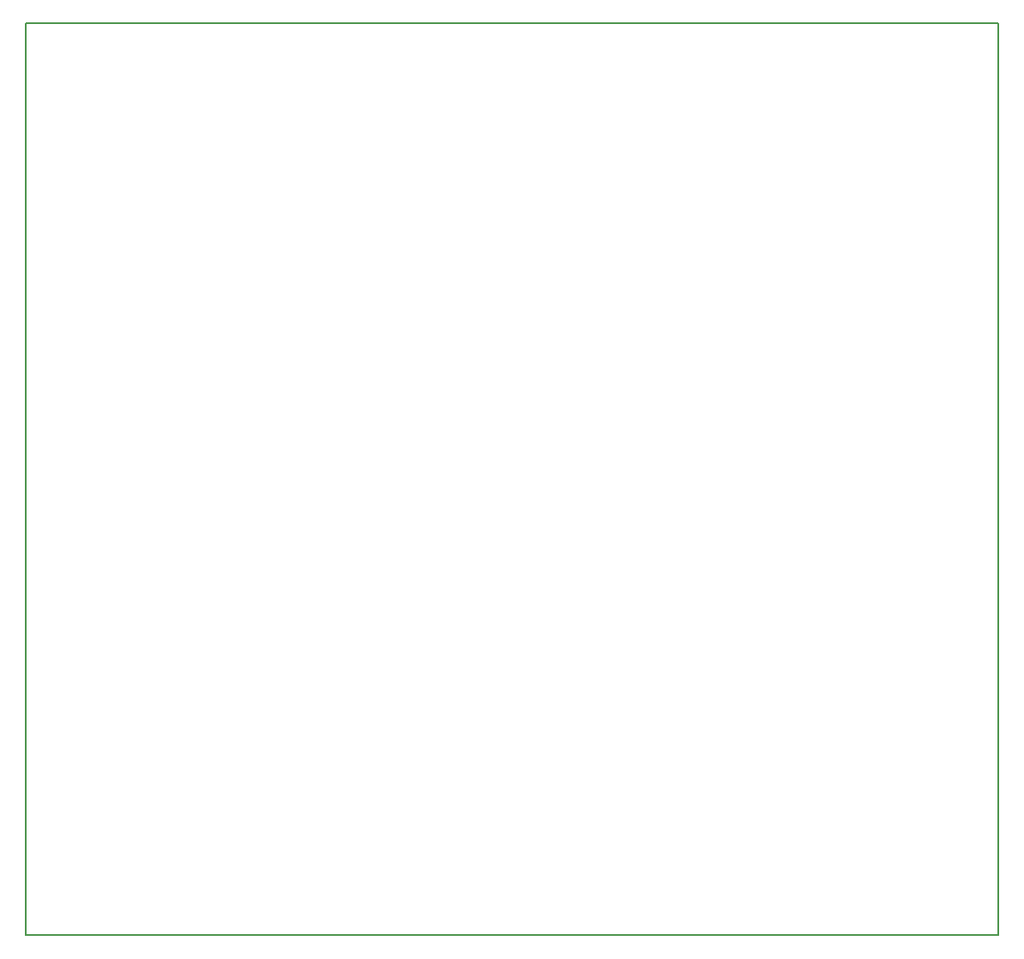
<source format=gbr>
G04 #@! TF.GenerationSoftware,KiCad,Pcbnew,5.1.9-73d0e3b20d~88~ubuntu20.04.1*
G04 #@! TF.CreationDate,2021-02-02T19:01:36+09:00*
G04 #@! TF.ProjectId,NeoPixel-Grove,4e656f50-6978-4656-9c2d-47726f76652e,rev?*
G04 #@! TF.SameCoordinates,Original*
G04 #@! TF.FileFunction,Profile,NP*
%FSLAX46Y46*%
G04 Gerber Fmt 4.6, Leading zero omitted, Abs format (unit mm)*
G04 Created by KiCad (PCBNEW 5.1.9-73d0e3b20d~88~ubuntu20.04.1) date 2021-02-02 19:01:36*
%MOMM*%
%LPD*%
G01*
G04 APERTURE LIST*
G04 #@! TA.AperFunction,Profile*
%ADD10C,0.200000*%
G04 #@! TD*
G04 APERTURE END LIST*
D10*
X300000000Y-56000000D02*
X204000000Y-56000000D01*
X204000000Y-146000000D02*
X204000000Y-56000000D01*
X300000000Y-146000000D02*
X204000000Y-146000000D01*
X300000000Y-56000000D02*
X300000000Y-146000000D01*
M02*

</source>
